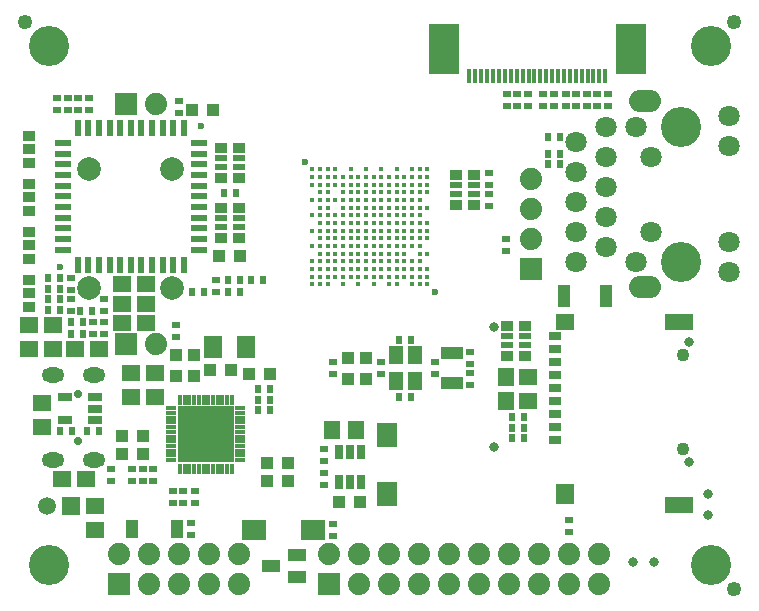
<source format=gbr>
%TF.GenerationSoftware,KiCad,Pcbnew,5.1.0-rc2-unknown-036be7d~80~ubuntu16.04.1*%
%TF.CreationDate,2019-11-29T15:46:33+02:00*%
%TF.ProjectId,S3-OLinuXino_Rev_A,53332d4f-4c69-46e7-9558-696e6f5f5265,F*%
%TF.SameCoordinates,Original*%
%TF.FileFunction,Soldermask,Bot*%
%TF.FilePolarity,Negative*%
%FSLAX46Y46*%
G04 Gerber Fmt 4.6, Leading zero omitted, Abs format (unit mm)*
G04 Created by KiCad (PCBNEW 5.1.0-rc2-unknown-036be7d~80~ubuntu16.04.1) date 2019-11-29 15:46:33*
%MOMM*%
%LPD*%
G04 APERTURE LIST*
%ADD10R,1.301600X1.501600*%
%ADD11R,0.651600X0.601600*%
%ADD12C,1.879600*%
%ADD13R,1.879600X1.879600*%
%ADD14C,0.600000*%
%ADD15C,0.401600*%
%ADD16R,1.625600X1.371600*%
%ADD17R,1.371600X1.625600*%
%ADD18C,0.801600*%
%ADD19C,1.501600*%
%ADD20R,1.501600X1.501600*%
%ADD21C,3.401601*%
%ADD22C,1.801600*%
%ADD23C,3.401600*%
%ADD24O,2.701600X1.901600*%
%ADD25R,0.351600X1.301600*%
%ADD26R,2.601600X4.201600*%
%ADD27C,2.001600*%
%ADD28R,1.100000X0.700000*%
%ADD29R,1.600000X1.400000*%
%ADD30R,1.600000X1.800000*%
%ADD31R,2.400000X1.400000*%
%ADD32C,1.101600*%
%ADD33C,0.701600*%
%ADD34O,1.901600X1.301600*%
%ADD35R,1.901600X1.101600*%
%ADD36R,2.101600X1.801600*%
%ADD37R,1.801600X2.101600*%
%ADD38R,1.101600X1.501600*%
%ADD39R,2.431600X2.431600*%
%ADD40R,0.301600X0.901600*%
%ADD41R,0.901600X0.301600*%
%ADD42R,1.400000X0.600000*%
%ADD43R,0.600000X1.400000*%
%ADD44R,1.301600X0.651600*%
%ADD45R,0.651600X1.301600*%
%ADD46R,1.117600X0.863600*%
%ADD47C,1.254000*%
%ADD48R,0.601600X0.651600*%
%ADD49R,1.117600X1.117600*%
%ADD50R,1.117600X1.879600*%
%ADD51R,1.117600X0.609600*%
%ADD52R,1.625600X1.879600*%
%ADD53R,1.501600X1.101600*%
G04 APERTURE END LIST*
D10*
%TO.C,Q2*%
X152362000Y-89197000D03*
X153962000Y-91397000D03*
X152362000Y-91397000D03*
X153962000Y-89197000D03*
%TD*%
D11*
%TO.C,R53*%
X133731000Y-86614000D03*
X133731000Y-87630000D03*
%TD*%
%TO.C,R34*%
X151130000Y-90805000D03*
X151130000Y-89789000D03*
%TD*%
D12*
%TO.C,UEXT1*%
X131445000Y-106045000D03*
X131445000Y-108585000D03*
X128905000Y-106045000D03*
D13*
X128905000Y-108585000D03*
D12*
X133985000Y-108585000D03*
X133985000Y-106045000D03*
X136525000Y-106045000D03*
X136525000Y-108585000D03*
X139065000Y-108585000D03*
X139065000Y-106045000D03*
%TD*%
D14*
%TO.C,U1*%
X144650000Y-72825000D03*
X155650000Y-83825000D03*
D15*
X145275000Y-73450000D03*
X145925000Y-73450000D03*
X146575000Y-73450000D03*
X147225000Y-73450000D03*
X148525000Y-73450000D03*
X149825000Y-73450000D03*
X151125000Y-73450000D03*
X152425000Y-73450000D03*
X153725000Y-73450000D03*
X154375000Y-73450000D03*
X155025000Y-73450000D03*
X147875000Y-74100000D03*
X145925000Y-74100000D03*
X146575000Y-74100000D03*
X148525000Y-74100000D03*
X150475000Y-74100000D03*
X155025000Y-74100000D03*
X145275000Y-74100000D03*
X149825000Y-74100000D03*
X149175000Y-74100000D03*
X152425000Y-74100000D03*
X153725000Y-74100000D03*
X154375000Y-74100000D03*
X147225000Y-74100000D03*
X151125000Y-74100000D03*
X153075000Y-74100000D03*
X151775000Y-74100000D03*
X149825000Y-75400000D03*
X152425000Y-74750000D03*
X154375000Y-74750000D03*
X151125000Y-74750000D03*
X150475000Y-75400000D03*
X152425000Y-75400000D03*
X149175000Y-75400000D03*
X147875000Y-74750000D03*
X155025000Y-75400000D03*
X153075000Y-74750000D03*
X150475000Y-74750000D03*
X145925000Y-75400000D03*
X147225000Y-74750000D03*
X146575000Y-74750000D03*
X147875000Y-75400000D03*
X155025000Y-74750000D03*
X145925000Y-74750000D03*
X145275000Y-74750000D03*
X153725000Y-74750000D03*
X151775000Y-75400000D03*
X149175000Y-74750000D03*
X154375000Y-75400000D03*
X148525000Y-75400000D03*
X146575000Y-75400000D03*
X151125000Y-75400000D03*
X153075000Y-75400000D03*
X151775000Y-74750000D03*
X149825000Y-74750000D03*
X148525000Y-74750000D03*
X153725000Y-75400000D03*
X149825000Y-76700000D03*
X152425000Y-76050000D03*
X154375000Y-76050000D03*
X152425000Y-78000000D03*
X151125000Y-76050000D03*
X150475000Y-76700000D03*
X152425000Y-76700000D03*
X149175000Y-76700000D03*
X147875000Y-76050000D03*
X155025000Y-76700000D03*
X153075000Y-76050000D03*
X150475000Y-76050000D03*
X145925000Y-76700000D03*
X147225000Y-76050000D03*
X146575000Y-76050000D03*
X147875000Y-76700000D03*
X145925000Y-76050000D03*
X145275000Y-76050000D03*
X151125000Y-77350000D03*
X153725000Y-76050000D03*
X151775000Y-76700000D03*
X154375000Y-77350000D03*
X145275000Y-77350000D03*
X145925000Y-77350000D03*
X149175000Y-76050000D03*
X150475000Y-78000000D03*
X152425000Y-77350000D03*
X147875000Y-78000000D03*
X146575000Y-77350000D03*
X147225000Y-77350000D03*
X145925000Y-78000000D03*
X150475000Y-77350000D03*
X153075000Y-77350000D03*
X155025000Y-78000000D03*
X147875000Y-77350000D03*
X149825000Y-78000000D03*
X153725000Y-78000000D03*
X148525000Y-77350000D03*
X149825000Y-77350000D03*
X151775000Y-77350000D03*
X153075000Y-78000000D03*
X151125000Y-78000000D03*
X146575000Y-78000000D03*
X148525000Y-78000000D03*
X147225000Y-78000000D03*
X154375000Y-78000000D03*
X149175000Y-77350000D03*
X151775000Y-78000000D03*
X153725000Y-77350000D03*
X149175000Y-78000000D03*
X154375000Y-76700000D03*
X148525000Y-76700000D03*
X146575000Y-76700000D03*
X151125000Y-76700000D03*
X153075000Y-76700000D03*
X151775000Y-76050000D03*
X149825000Y-76050000D03*
X148525000Y-76050000D03*
X153725000Y-76700000D03*
X149825000Y-79300000D03*
X152425000Y-78650000D03*
X154375000Y-78650000D03*
X153075000Y-81250000D03*
X154375000Y-82550000D03*
X145275000Y-83200000D03*
X145275000Y-82550000D03*
X152425000Y-80600000D03*
X151125000Y-82550000D03*
X147225000Y-82550000D03*
X145925000Y-83200000D03*
X150475000Y-82550000D03*
X150475000Y-81250000D03*
X152425000Y-81900000D03*
X151125000Y-78650000D03*
X145925000Y-82550000D03*
X155025000Y-82550000D03*
X149175000Y-81250000D03*
X150475000Y-83200000D03*
X150475000Y-79300000D03*
X152425000Y-79300000D03*
X149175000Y-79300000D03*
X147875000Y-78650000D03*
X152425000Y-82550000D03*
X147875000Y-83200000D03*
X146575000Y-82550000D03*
X155025000Y-79300000D03*
X149825000Y-81900000D03*
X145925000Y-81900000D03*
X145275000Y-81900000D03*
X153725000Y-81250000D03*
X151775000Y-81900000D03*
X155025000Y-81900000D03*
X150475000Y-81900000D03*
X147225000Y-81250000D03*
X146575000Y-81250000D03*
X147875000Y-81900000D03*
X151125000Y-81250000D03*
X152425000Y-81250000D03*
X154375000Y-81250000D03*
X152425000Y-83200000D03*
X147875000Y-81250000D03*
X149175000Y-81900000D03*
X154375000Y-81900000D03*
X147225000Y-81900000D03*
X148525000Y-81900000D03*
X146575000Y-81900000D03*
X151125000Y-81900000D03*
X153075000Y-81900000D03*
X151775000Y-81250000D03*
X149825000Y-81250000D03*
X148525000Y-81250000D03*
X153725000Y-81900000D03*
X153075000Y-78650000D03*
X150475000Y-78650000D03*
X145925000Y-79300000D03*
X147225000Y-78650000D03*
X146575000Y-78650000D03*
X147875000Y-79300000D03*
X155025000Y-78650000D03*
X145925000Y-78650000D03*
X145275000Y-78650000D03*
X151125000Y-79950000D03*
X153725000Y-78650000D03*
X149825000Y-82550000D03*
X151775000Y-82550000D03*
X146575000Y-83200000D03*
X154375000Y-83200000D03*
X149175000Y-82550000D03*
X151775000Y-83200000D03*
X153725000Y-82550000D03*
X149175000Y-83200000D03*
X151775000Y-79300000D03*
X145275000Y-81250000D03*
X154375000Y-79950000D03*
X145275000Y-79950000D03*
X145925000Y-79950000D03*
X149175000Y-78650000D03*
X150475000Y-80600000D03*
X152425000Y-79950000D03*
X147875000Y-80600000D03*
X146575000Y-79950000D03*
X147225000Y-79950000D03*
X145925000Y-80600000D03*
X150475000Y-79950000D03*
X153075000Y-79950000D03*
X155025000Y-80600000D03*
X147875000Y-79950000D03*
X149825000Y-80600000D03*
X148525000Y-79950000D03*
X149825000Y-79950000D03*
X151775000Y-79950000D03*
X153075000Y-80600000D03*
X151125000Y-80600000D03*
X146575000Y-80600000D03*
X148525000Y-80600000D03*
X147225000Y-80600000D03*
X154375000Y-80600000D03*
X149175000Y-79950000D03*
X151775000Y-80600000D03*
X153725000Y-79950000D03*
X149175000Y-80600000D03*
X154375000Y-79300000D03*
X147225000Y-79300000D03*
X153075000Y-82550000D03*
X155025000Y-83200000D03*
X147875000Y-82550000D03*
X153725000Y-83200000D03*
X148525000Y-82550000D03*
X148525000Y-79300000D03*
X146575000Y-79300000D03*
X151125000Y-79300000D03*
X153075000Y-79300000D03*
X151775000Y-78650000D03*
X145925000Y-81250000D03*
X149825000Y-78650000D03*
X148525000Y-78650000D03*
X153725000Y-79300000D03*
%TD*%
D13*
%TO.C,PoE1*%
X129540000Y-88265000D03*
D12*
X132080000Y-88265000D03*
D13*
X129540000Y-67945000D03*
D12*
X132080000Y-67945000D03*
X163830000Y-76835000D03*
X163830000Y-79375000D03*
D13*
X163830000Y-81915000D03*
D12*
X163830000Y-74295000D03*
%TD*%
D16*
%TO.C,L12*%
X124079000Y-99695000D03*
X126111000Y-99695000D03*
%TD*%
D17*
%TO.C,C58*%
X148971000Y-95504000D03*
X146939000Y-95504000D03*
%TD*%
D18*
%TO.C,Flash1*%
X160655000Y-96977200D03*
X160655000Y-86817200D03*
X177165000Y-98247200D03*
X177165000Y-88087200D03*
%TD*%
D19*
%TO.C,LiPo_BAT1*%
X122824240Y-101963220D03*
D20*
X124853700Y-101960680D03*
%TD*%
D12*
%TO.C,EXT1*%
X169545000Y-106045000D03*
X169545000Y-108585000D03*
X167005000Y-106045000D03*
X167005000Y-108585000D03*
X164465000Y-106045000D03*
X164465000Y-108585000D03*
X161925000Y-106045000D03*
X161925000Y-108585000D03*
X159385000Y-106045000D03*
X159385000Y-108585000D03*
X149225000Y-106045000D03*
X149225000Y-108585000D03*
X146685000Y-106045000D03*
D13*
X146685000Y-108585000D03*
D12*
X151765000Y-108585000D03*
X151765000Y-106045000D03*
X154305000Y-106045000D03*
X154305000Y-108585000D03*
X156845000Y-108585000D03*
X156845000Y-106045000D03*
%TD*%
D21*
%TO.C,MH1*%
X179000000Y-107000000D03*
%TD*%
%TO.C,MH3*%
X179000000Y-63000000D03*
%TD*%
%TO.C,MH4*%
X123000000Y-107000000D03*
%TD*%
%TO.C,MH2*%
X123000000Y-63000000D03*
%TD*%
D18*
%TO.C,PWR1*%
X174255000Y-106680000D03*
X172455000Y-106680000D03*
%TD*%
%TO.C,RST1*%
X178816000Y-100954000D03*
X178816000Y-102754000D03*
%TD*%
D22*
%TO.C,LAN1*%
X180590000Y-82195000D03*
X180590000Y-68935000D03*
X180590000Y-79655000D03*
X180590000Y-71475000D03*
D23*
X176530000Y-81280000D03*
X176530000Y-69850000D03*
D24*
X173480000Y-83440000D03*
X173480000Y-67690000D03*
D22*
X172700000Y-69850000D03*
X173990000Y-72390000D03*
X173990000Y-78740000D03*
X172700000Y-81280000D03*
X167640000Y-81280000D03*
X170180000Y-80010000D03*
X167640000Y-78740000D03*
X170180000Y-77470000D03*
X167640000Y-76200000D03*
X170180000Y-74930000D03*
X167640000Y-73660000D03*
X170180000Y-72390000D03*
X167640000Y-71120000D03*
X170180000Y-69850000D03*
%TD*%
D25*
%TO.C,CAM1*%
X158588000Y-65596000D03*
X159088000Y-65596000D03*
X159588000Y-65596000D03*
X160088000Y-65596000D03*
X160588000Y-65596000D03*
X161088000Y-65596000D03*
X161588000Y-65596000D03*
X162088000Y-65596000D03*
X162588000Y-65596000D03*
X163088000Y-65596000D03*
X163588000Y-65596000D03*
X164088000Y-65596000D03*
X164588000Y-65596000D03*
X165088000Y-65596000D03*
X165588000Y-65596000D03*
X166088000Y-65596000D03*
X166588000Y-65596000D03*
X167088000Y-65596000D03*
X167588000Y-65596000D03*
X168088000Y-65596000D03*
X168588000Y-65596000D03*
X169088000Y-65596000D03*
X169588000Y-65596000D03*
X170088000Y-65596000D03*
D26*
X156438000Y-63246000D03*
X172238000Y-63246000D03*
%TD*%
D27*
%TO.C,HEADPHONES/LINEOUT1*%
X126413000Y-83510000D03*
X133413000Y-83510000D03*
%TD*%
%TO.C,MIC/LINEIN1*%
X126376000Y-73406000D03*
X133376000Y-73406000D03*
%TD*%
D28*
%TO.C,MICRO_SD1*%
X165825600Y-87557000D03*
X165825600Y-88657000D03*
X165825600Y-89757000D03*
X165825600Y-90857000D03*
X165825600Y-91957000D03*
X165825600Y-93057000D03*
X165825600Y-94157000D03*
X165825600Y-95257000D03*
X165825600Y-96357000D03*
D29*
X166705600Y-86357000D03*
D30*
X166705600Y-100957000D03*
D31*
X176305600Y-86357000D03*
X176305600Y-101857000D03*
D32*
X176707800Y-97155000D03*
X176707800Y-89154000D03*
%TD*%
D33*
%TO.C,USB-OTG1*%
X125471000Y-92488000D03*
X125471000Y-96488000D03*
D34*
X123321000Y-90888000D03*
X126791000Y-90888000D03*
X126791000Y-98088000D03*
X123321000Y-98088000D03*
%TD*%
D35*
%TO.C,Q1*%
X157099000Y-91547000D03*
X157099000Y-89047000D03*
%TD*%
D36*
%TO.C,D4*%
X140375000Y-104013000D03*
X145375000Y-104013000D03*
%TD*%
D37*
%TO.C,D3*%
X151574500Y-100988500D03*
X151574500Y-95988500D03*
%TD*%
D38*
%TO.C,D1*%
X133853000Y-103886000D03*
X130053000Y-103886000D03*
%TD*%
D39*
%TO.C,U4*%
X137436000Y-97050000D03*
X137436000Y-94720000D03*
X135106000Y-94720000D03*
X135106000Y-97050000D03*
D40*
X138471000Y-92965000D03*
X138071000Y-92965000D03*
X137671000Y-92965000D03*
X137271000Y-92965000D03*
X136871000Y-92965000D03*
X136471000Y-92965000D03*
X136071000Y-92965000D03*
X135671000Y-92965000D03*
X135271000Y-92965000D03*
X134871000Y-92965000D03*
X134471000Y-92965000D03*
X134071000Y-92965000D03*
D41*
X133351000Y-93685000D03*
X133351000Y-94085000D03*
X133351000Y-94485000D03*
X133351000Y-94885000D03*
X133351000Y-95285000D03*
X133351000Y-95685000D03*
X133351000Y-96085000D03*
X133351000Y-96485000D03*
X133351000Y-96885000D03*
X133351000Y-97285000D03*
X133351000Y-97685000D03*
X133351000Y-98085000D03*
D40*
X134071000Y-98805000D03*
X134471000Y-98805000D03*
X134871000Y-98805000D03*
X135271000Y-98805000D03*
X135671000Y-98805000D03*
X136071000Y-98805000D03*
X136471000Y-98805000D03*
X136871000Y-98805000D03*
X137271000Y-98805000D03*
X137671000Y-98805000D03*
X138071000Y-98805000D03*
X138471000Y-98805000D03*
D41*
X139191000Y-98085000D03*
X139191000Y-97685000D03*
X139191000Y-97285000D03*
X139191000Y-96885000D03*
X139191000Y-96485000D03*
X139191000Y-96085000D03*
X139191000Y-95685000D03*
X139191000Y-95285000D03*
X139191000Y-94885000D03*
X139191000Y-94485000D03*
X139191000Y-94085000D03*
X139191000Y-93685000D03*
%TD*%
D14*
%TO.C,U3*%
X135890000Y-69783000D03*
D42*
X124146000Y-71252000D03*
X124146000Y-72152000D03*
X124146000Y-73052000D03*
X124146000Y-73952000D03*
X124146000Y-74852000D03*
X124146000Y-75752000D03*
X124146000Y-76652000D03*
X124146000Y-77552000D03*
X124146000Y-78452000D03*
X124146000Y-79352000D03*
X124146000Y-80252000D03*
D43*
X125421000Y-81527000D03*
X126321000Y-81527000D03*
X127221000Y-81527000D03*
X128121000Y-81527000D03*
X129021000Y-81527000D03*
X129921000Y-81527000D03*
X130821000Y-81527000D03*
X131721000Y-81527000D03*
X132621000Y-81527000D03*
X133521000Y-81527000D03*
X134421000Y-81527000D03*
D42*
X135696000Y-80252000D03*
X135696000Y-79352000D03*
X135696000Y-78452000D03*
X135696000Y-77552000D03*
X135696000Y-76652000D03*
X135696000Y-75752000D03*
X135696000Y-74852000D03*
X135696000Y-73952000D03*
X135696000Y-73052000D03*
X135696000Y-72152000D03*
X135696000Y-71252000D03*
D43*
X134421000Y-69977000D03*
X133521000Y-69977000D03*
X132621000Y-69977000D03*
X131721000Y-69977000D03*
X130821000Y-69977000D03*
X129921000Y-69977000D03*
X129021000Y-69977000D03*
X128121000Y-69977000D03*
X127221000Y-69977000D03*
X126321000Y-69977000D03*
X125421000Y-69977000D03*
D14*
X123952000Y-81721000D03*
%TD*%
D44*
%TO.C,U6*%
X126903000Y-92776000D03*
X126903000Y-93726000D03*
X126903000Y-94676000D03*
X124303000Y-92776000D03*
X124303000Y-94676000D03*
%TD*%
D45*
%TO.C,U7*%
X149413000Y-99979100D03*
X148463000Y-99979100D03*
X147513000Y-99979100D03*
X147513000Y-97378900D03*
X148463000Y-97378900D03*
X149413000Y-97378900D03*
%TD*%
D46*
%TO.C,HPHONEOUTL/LINEOUTL1*%
X121285000Y-82804000D03*
X121285000Y-83947000D03*
X121285000Y-85090000D03*
%TD*%
%TO.C,HPHONEOUTR/LINEOUTR1*%
X121285000Y-81026000D03*
X121285000Y-79883000D03*
X121285000Y-78740000D03*
%TD*%
%TO.C,LINEINR/MICIN1*%
X121285000Y-72898000D03*
X121285000Y-71755000D03*
X121285000Y-70612000D03*
%TD*%
%TO.C,LINEINL/MICIN1*%
X121285000Y-76962000D03*
X121285000Y-75819000D03*
X121285000Y-74676000D03*
%TD*%
D47*
%TO.C,FID5*%
X181000000Y-61000000D03*
%TD*%
%TO.C,FID4*%
X121000000Y-61000000D03*
%TD*%
%TO.C,FID6*%
X181000000Y-109000000D03*
%TD*%
D11*
%TO.C,C13*%
X123698000Y-68452998D03*
X123698000Y-67436998D03*
%TD*%
%TO.C,C11*%
X125476000Y-67437000D03*
X125476000Y-68453000D03*
%TD*%
%TO.C,C95*%
X124841000Y-82677000D03*
X124841000Y-83693000D03*
%TD*%
%TO.C,C10*%
X126365000Y-67437000D03*
X126365000Y-68453000D03*
%TD*%
D48*
%TO.C,C54*%
X152654000Y-92710000D03*
X153670000Y-92710000D03*
%TD*%
D11*
%TO.C,C7*%
X133985000Y-68707000D03*
X133985000Y-67691000D03*
%TD*%
%TO.C,C51*%
X158661099Y-88900000D03*
X158661099Y-89916000D03*
%TD*%
%TO.C,C52*%
X158661099Y-91694000D03*
X158661099Y-90678000D03*
%TD*%
%TO.C,C32*%
X147066000Y-89789002D03*
X147066000Y-90805002D03*
%TD*%
%TO.C,C104*%
X162623500Y-67056000D03*
X162623500Y-68072000D03*
%TD*%
%TO.C,C101*%
X169418000Y-67056000D03*
X169418000Y-68072000D03*
%TD*%
%TO.C,C102*%
X165735000Y-67056000D03*
X165735000Y-68072000D03*
%TD*%
%TO.C,C103*%
X164846000Y-67056000D03*
X164846000Y-68072000D03*
%TD*%
%TO.C,C30*%
X135382000Y-101727000D03*
X135382000Y-100711000D03*
%TD*%
%TO.C,C20*%
X134366000Y-101727000D03*
X134366000Y-100711000D03*
%TD*%
D48*
%TO.C,C64*%
X166243000Y-73025000D03*
X165227000Y-73025000D03*
%TD*%
%TO.C,C63*%
X166243000Y-72136000D03*
X165227000Y-72136000D03*
%TD*%
%TO.C,C9*%
X138176000Y-82804000D03*
X139192000Y-82804000D03*
%TD*%
D11*
%TO.C,C71*%
X127635000Y-86360000D03*
X127635000Y-87376000D03*
%TD*%
D48*
%TO.C,C100*%
X123952000Y-85343999D03*
X122936000Y-85343999D03*
%TD*%
%TO.C,C66*%
X124841000Y-86360000D03*
X125857000Y-86360000D03*
%TD*%
%TO.C,C99*%
X122936000Y-83565999D03*
X123952000Y-83565999D03*
%TD*%
%TO.C,C53*%
X153670000Y-87884000D03*
X152654000Y-87884000D03*
%TD*%
D11*
%TO.C,C57*%
X160274000Y-73805000D03*
X160274000Y-74821000D03*
%TD*%
%TO.C,C60*%
X160274000Y-76581000D03*
X160274000Y-75565000D03*
%TD*%
%TO.C,C94*%
X124841000Y-84455000D03*
X124841000Y-85471000D03*
%TD*%
D49*
%TO.C,C46*%
X141478000Y-98298000D03*
X143256000Y-98298000D03*
%TD*%
%TO.C,C42*%
X130937000Y-97536000D03*
X129159000Y-97536000D03*
%TD*%
%TO.C,C29*%
X129159000Y-96012000D03*
X130937000Y-96012000D03*
%TD*%
%TO.C,C45*%
X133731000Y-90932000D03*
X133731000Y-89154000D03*
%TD*%
%TO.C,C8*%
X137414000Y-80772000D03*
X139192000Y-80772000D03*
%TD*%
%TO.C,C44*%
X135255000Y-90932000D03*
X135255000Y-89154000D03*
%TD*%
%TO.C,C6*%
X135128000Y-68453000D03*
X136906000Y-68453000D03*
%TD*%
%TO.C,C31*%
X148336000Y-89408000D03*
X148336000Y-91186000D03*
%TD*%
%TO.C,C37*%
X149860000Y-89408000D03*
X149860000Y-91186000D03*
%TD*%
%TO.C,C67*%
X149352000Y-101600000D03*
X147574000Y-101600000D03*
%TD*%
%TO.C,C47*%
X138430000Y-90424000D03*
X136652000Y-90424000D03*
%TD*%
%TO.C,C43*%
X141478000Y-99822000D03*
X143256000Y-99822000D03*
%TD*%
%TO.C,C34*%
X141732000Y-90805000D03*
X139954000Y-90805000D03*
%TD*%
D16*
%TO.C,C56*%
X126873000Y-101981000D03*
X126873000Y-104013000D03*
%TD*%
%TO.C,C61*%
X122428000Y-95250000D03*
X122428000Y-93218000D03*
%TD*%
%TO.C,C12*%
X163576000Y-91008200D03*
X163576000Y-93040200D03*
%TD*%
%TO.C,C27*%
X129921000Y-90678000D03*
X129921000Y-92710000D03*
%TD*%
%TO.C,C26*%
X131953000Y-90678000D03*
X131953000Y-92710000D03*
%TD*%
%TO.C,C70*%
X123317000Y-88646000D03*
X123317000Y-86614000D03*
%TD*%
%TO.C,C69*%
X121285000Y-88646000D03*
X121285000Y-86614000D03*
%TD*%
D50*
%TO.C,C65*%
X166624000Y-84201000D03*
X170180000Y-84201000D03*
%TD*%
D11*
%TO.C,L1*%
X124587000Y-67437000D03*
X124587000Y-68453000D03*
%TD*%
D16*
%TO.C,L11*%
X129159000Y-84836000D03*
X131191000Y-84836000D03*
%TD*%
D17*
%TO.C,L2*%
X161671000Y-91008200D03*
X161671000Y-93040200D03*
%TD*%
D16*
%TO.C,L10*%
X131191000Y-86487000D03*
X129159000Y-86487000D03*
%TD*%
%TO.C,L8*%
X125222000Y-88646000D03*
X127254000Y-88646000D03*
%TD*%
%TO.C,L9*%
X129159000Y-83185000D03*
X131191000Y-83185000D03*
%TD*%
D46*
%TO.C,RM4*%
X157480000Y-73914000D03*
X159004000Y-73914000D03*
X157480000Y-76454000D03*
X159004000Y-76454000D03*
D51*
X157480000Y-74803000D03*
X157480000Y-75565000D03*
X159004000Y-74803000D03*
X159004000Y-75565000D03*
%TD*%
%TO.C,RM3*%
X161798000Y-87579200D03*
X161798000Y-88341200D03*
X163322000Y-87579200D03*
X163322000Y-88341200D03*
D46*
X161798000Y-86690200D03*
X163322000Y-86690200D03*
X161798000Y-89230200D03*
X163322000Y-89230200D03*
%TD*%
D51*
%TO.C,RM2*%
X139065000Y-78359000D03*
X139065000Y-77597000D03*
X137541000Y-78359000D03*
X137541000Y-77597000D03*
D46*
X139065000Y-79248000D03*
X137541000Y-79248000D03*
X139065000Y-76708000D03*
X137541000Y-76708000D03*
%TD*%
D51*
%TO.C,RM1*%
X139065000Y-73279000D03*
X139065000Y-72517000D03*
X137541000Y-73279000D03*
X137541000Y-72517000D03*
D46*
X139065000Y-74168000D03*
X137541000Y-74168000D03*
X139065000Y-71628000D03*
X137541000Y-71628000D03*
%TD*%
D11*
%TO.C,R63*%
X161734500Y-68072000D03*
X161734500Y-67056000D03*
%TD*%
%TO.C,R62*%
X163512500Y-68072000D03*
X163512500Y-67056000D03*
%TD*%
D48*
%TO.C,R8*%
X136144000Y-83820000D03*
X135128000Y-83820000D03*
%TD*%
D11*
%TO.C,R61*%
X166751000Y-68072000D03*
X166751000Y-67056000D03*
%TD*%
D48*
%TO.C,R9*%
X138811000Y-75438000D03*
X137795000Y-75438000D03*
%TD*%
%TO.C,R10*%
X162179000Y-96215200D03*
X163195000Y-96215200D03*
%TD*%
D11*
%TO.C,R13*%
X137160000Y-82804000D03*
X137160000Y-83820000D03*
%TD*%
%TO.C,R60*%
X167640000Y-68072000D03*
X167640000Y-67056000D03*
%TD*%
%TO.C,R1*%
X167005000Y-104140000D03*
X167005000Y-103124000D03*
%TD*%
%TO.C,R3*%
X170307000Y-68072000D03*
X170307000Y-67056000D03*
%TD*%
%TO.C,R2*%
X168529000Y-68072000D03*
X168529000Y-67056000D03*
%TD*%
D48*
%TO.C,R11*%
X163195000Y-95326200D03*
X162179000Y-95326200D03*
%TD*%
D11*
%TO.C,R7*%
X135001000Y-103378000D03*
X135001000Y-104394000D03*
%TD*%
D48*
%TO.C,R12*%
X162179000Y-94437200D03*
X163195000Y-94437200D03*
%TD*%
D11*
%TO.C,R44*%
X146304000Y-99187001D03*
X146304000Y-100203001D03*
%TD*%
%TO.C,R46*%
X147066000Y-103505000D03*
X147066000Y-104521000D03*
%TD*%
%TO.C,R33*%
X155702000Y-90805000D03*
X155702000Y-89789000D03*
%TD*%
D48*
%TO.C,R32*%
X138176000Y-83820000D03*
X139192000Y-83820000D03*
%TD*%
%TO.C,R30*%
X165227000Y-70739000D03*
X166243000Y-70739000D03*
%TD*%
%TO.C,R41*%
X127254000Y-95631000D03*
X126238000Y-95631000D03*
%TD*%
D11*
%TO.C,R51*%
X127635000Y-84455000D03*
X127635000Y-85471000D03*
%TD*%
D48*
%TO.C,R55*%
X122936000Y-82676999D03*
X123952000Y-82676999D03*
%TD*%
%TO.C,R54*%
X123952001Y-84455000D03*
X122936001Y-84455000D03*
%TD*%
%TO.C,R52*%
X125603000Y-85471000D03*
X126619000Y-85471000D03*
%TD*%
D11*
%TO.C,R29*%
X161671000Y-80391000D03*
X161671000Y-79375000D03*
%TD*%
%TO.C,R45*%
X126746000Y-86360000D03*
X126746000Y-87376000D03*
%TD*%
D48*
%TO.C,R39*%
X123952000Y-95631000D03*
X124968000Y-95631000D03*
%TD*%
%TO.C,R47*%
X124841000Y-87376000D03*
X125857000Y-87376000D03*
%TD*%
D11*
%TO.C,R17*%
X133477000Y-101727000D03*
X133477000Y-100711000D03*
%TD*%
%TO.C,R40*%
X146304000Y-97155000D03*
X146304000Y-98171000D03*
%TD*%
D48*
%TO.C,R24*%
X140716000Y-92964000D03*
X141732000Y-92964000D03*
%TD*%
%TO.C,R25*%
X140716000Y-93853000D03*
X141732000Y-93853000D03*
%TD*%
D11*
%TO.C,R37*%
X130048000Y-98806000D03*
X130048000Y-99822000D03*
%TD*%
%TO.C,R35*%
X131826000Y-98806000D03*
X131826000Y-99822000D03*
%TD*%
%TO.C,R36*%
X130937000Y-98806000D03*
X130937000Y-99822000D03*
%TD*%
D48*
%TO.C,R22*%
X140081000Y-82804000D03*
X141097000Y-82804000D03*
%TD*%
D11*
%TO.C,R48*%
X128270000Y-99822000D03*
X128270000Y-98806000D03*
%TD*%
D48*
%TO.C,R26*%
X140716000Y-92075000D03*
X141732000Y-92075000D03*
%TD*%
D52*
%TO.C,R38*%
X139700000Y-88519000D03*
X136906000Y-88519000D03*
%TD*%
D53*
%TO.C,FET1*%
X143982440Y-106111040D03*
X143982440Y-108013500D03*
X141772640Y-107058460D03*
%TD*%
M02*

</source>
